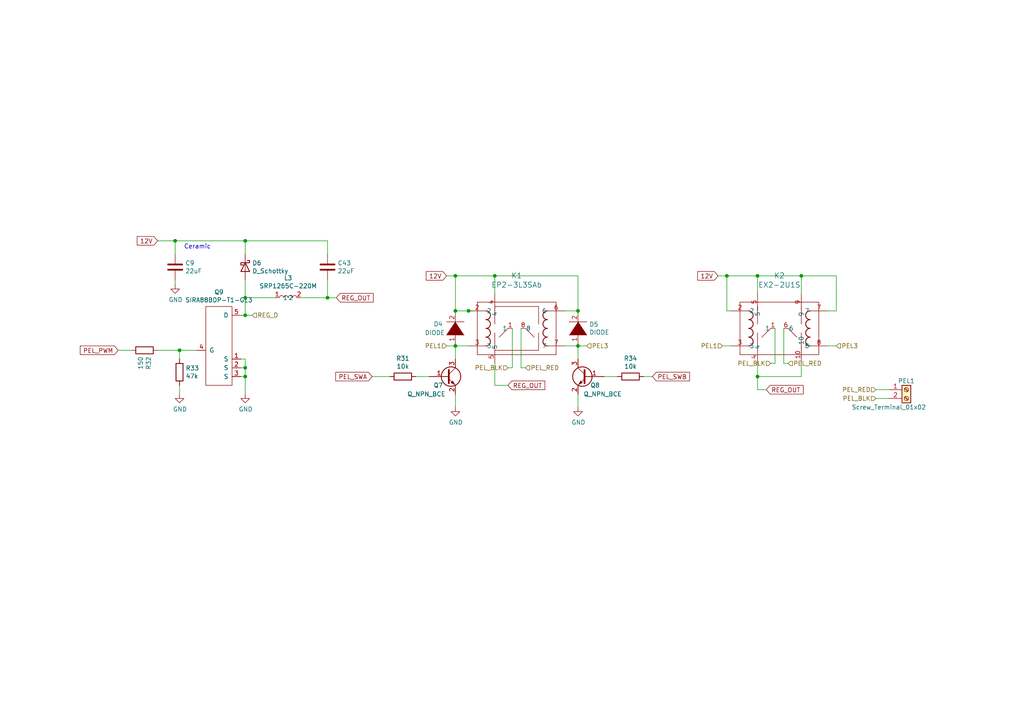
<source format=kicad_sch>
(kicad_sch (version 20211123) (generator eeschema)
  (paper "A4")
  (lib_symbols
    (symbol "Connector:Screw_Terminal_01x02" (pin_names (offset 1.016) hide)
      (property "Reference" "J" (at 0 2.54 0))
      (property "Value" "Screw_Terminal_01x02" (at 0 -5.08 0))
      (symbol "Screw_Terminal_01x02_1_1"
        (rectangle (start -1.27 1.27) (end 1.27 -3.81) (stroke (width 0.254)) (fill (type background)))
        (circle (center 0 -2.54) (radius 0.635) (stroke (width 0.1524)))
        (polyline (pts (xy -0.5334 -2.2098) (xy 0.3302 -3.048)) (stroke (width 0.1524)))
        (polyline (pts (xy -0.5334 0.3302) (xy 0.3302 -0.508)) (stroke (width 0.1524)))
        (polyline (pts (xy -0.3556 -2.032) (xy 0.508 -2.8702)) (stroke (width 0.1524)))
        (polyline (pts (xy -0.3556 0.508) (xy 0.508 -0.3302)) (stroke (width 0.1524)))
        (circle (center 0 0) (radius 0.635) (stroke (width 0.1524)))
        (pin passive line (at -5.08 0 0) (length 3.81) (name "Pin_1") (number "1"))
        (pin passive line (at -5.08 -2.54 0) (length 3.81) (name "Pin_2") (number "2"))
      )
    )
    (symbol "Device:C" (pin_numbers hide) (pin_names (offset 0.254))
      (property "Reference" "C" (at 0.635 2.54 0))
      (property "Value" "C" (at 0.635 -2.54 0))
      (symbol "C_0_1"
        (polyline (pts (xy -2.032 -0.762) (xy 2.032 -0.762)) (stroke (width 0.508)))
        (polyline (pts (xy -2.032 0.762) (xy 2.032 0.762)) (stroke (width 0.508)))
      )
      (symbol "C_1_1"
        (pin passive line (at 0 3.81 270) (length 2.794) (name "~") (number "1"))
        (pin passive line (at 0 -3.81 90) (length 2.794) (name "~") (number "2"))
      )
    )
    (symbol "Device:D_Schottky" (pin_numbers hide) (pin_names (offset 1.016) hide)
      (property "Reference" "D" (at 0 2.54 0))
      (property "Value" "D_Schottky" (at 0 -2.54 0))
      (symbol "D_Schottky_0_1"
        (polyline (pts (xy 1.27 0) (xy -1.27 0)))
        (polyline (pts (xy 1.27 1.27) (xy 1.27 -1.27) (xy -1.27 0) (xy 1.27 1.27)) (stroke (width 0.254)))
        (polyline (pts (xy -1.905 0.635) (xy -1.905 1.27) (xy -1.27 1.27) (xy -1.27 -1.27) (xy -0.635 -1.27) (xy -0.635 -0.635)) (stroke (width 0.254)))
      )
      (symbol "D_Schottky_1_1"
        (pin passive line (at -3.81 0 0) (length 2.54) (name "K") (number "1"))
        (pin passive line (at 3.81 0 180) (length 2.54) (name "A") (number "2"))
      )
    )
    (symbol "Device:Q_NPN_BEC" (pin_names (offset 0) hide)
      (property "Reference" "Q" (at 5.08 1.27 0))
      (property "Value" "Q_NPN_BEC" (at 5.08 -1.27 0))
      (symbol "Q_NPN_BEC_0_1"
        (polyline (pts (xy 0.635 0.635) (xy 2.54 2.54)))
        (polyline (pts (xy 0.635 -0.635) (xy 2.54 -2.54) (xy 2.54 -2.54)))
        (polyline (pts (xy 0.635 1.905) (xy 0.635 -1.905) (xy 0.635 -1.905)) (stroke (width 0.508)))
        (polyline (pts (xy 1.27 -1.778) (xy 1.778 -1.27) (xy 2.286 -2.286) (xy 1.27 -1.778) (xy 1.27 -1.778)) (fill (type outline)))
        (circle (center 1.27 0) (radius 2.8194) (stroke (width 0.254)))
      )
      (symbol "Q_NPN_BEC_1_1"
        (pin input line (at -5.08 0 0) (length 5.715) (name "B") (number "1"))
        (pin passive line (at 2.54 -5.08 90) (length 2.54) (name "E") (number "2"))
        (pin passive line (at 2.54 5.08 270) (length 2.54) (name "C") (number "3"))
      )
    )
    (symbol "Device:R" (pin_numbers hide) (pin_names (offset 0))
      (property "Reference" "R" (at 2.032 0 90))
      (property "Value" "R" (at 0 0 90))
      (symbol "R_0_1"
        (rectangle (start -1.016 -2.54) (end 1.016 2.54) (stroke (width 0.254)))
      )
      (symbol "R_1_1"
        (pin passive line (at 0 3.81 270) (length 1.27) (name "~") (number "1"))
        (pin passive line (at 0 -3.81 90) (length 1.27) (name "~") (number "2"))
      )
    )
    (symbol "Ninja-qPCR:EP2-3L3SAb" (pin_names (offset 0.254))
      (property "Reference" "K" (at 12.7 21.59 0))
      (property "Value" "Ninja-qPCR_EP2-3L3SAb" (at 12.7 19.05 0))
      (symbol "EP2-3L3SAb_1_1"
        (polyline (pts (xy 2.54 -12.7) (xy 2.54 2.54)))
        (polyline (pts (xy 2.54 2.54) (xy 25.4 2.54)))
        (polyline (pts (xy 7.62 -6.35) (xy 7.62 -11.43)))
        (polyline (pts (xy 7.62 -3.81) (xy 7.62 1.27)))
        (polyline (pts (xy 8.89 -7.62) (xy 11.43 -5.08)))
        (polyline (pts (xy 19.05 -7.62) (xy 16.51 -5.08)))
        (polyline (pts (xy 20.32 -6.35) (xy 20.32 -11.43)))
        (polyline (pts (xy 20.32 -3.81) (xy 20.32 1.27)))
        (polyline (pts (xy 25.4 -12.7) (xy 2.54 -12.7)))
        (polyline (pts (xy 25.4 2.54) (xy 25.4 -12.7)))
        (arc (start 5.08 -10.16) (mid 6.35 -8.89) (end 5.08 -7.62) (stroke (width 0.254)))
        (arc (start 5.08 -7.62) (mid 6.35 -6.35) (end 5.08 -5.08) (stroke (width 0.254)))
        (arc (start 5.08 -5.08) (mid 6.35 -3.81) (end 5.08 -2.54) (stroke (width 0.254)))
        (arc (start 5.08 -2.54) (mid 6.35 -1.27) (end 5.08 0) (stroke (width 0.254)))
        (rectangle (start 20.32 -11.43) (end 7.62 -11.43))
        (rectangle (start 20.32 1.27) (end 7.62 1.27))
        (arc (start 22.86 -7.62) (mid 21.59 -8.89) (end 22.86 -10.16) (stroke (width 0.254)))
        (arc (start 22.86 -5.08) (mid 21.59 -6.35) (end 22.86 -7.62) (stroke (width 0.254)))
        (arc (start 22.86 -2.54) (mid 21.59 -3.81) (end 22.86 -5.08) (stroke (width 0.254)))
        (arc (start 22.86 0) (mid 21.59 -1.27) (end 22.86 -2.54) (stroke (width 0.254)))
        (pin bidirectional line (at 12.7 -5.08 180) (length 1.1938) (name "1") (number "1"))
        (pin bidirectional line (at 0 0 0) (length 5.0038) (name "2") (number "2"))
        (pin bidirectional line (at 0 -10.16 0) (length 5.0038) (name "3") (number "3"))
        (pin bidirectional line (at 7.62 5.08 270) (length 5.0038) (name "4") (number "4"))
        (pin bidirectional line (at 7.62 -15.24 90) (length 3.81) (name "5") (number "5"))
        (pin bidirectional line (at 27.94 0 180) (length 5.0038) (name "6") (number "6"))
        (pin bidirectional line (at 27.94 -10.16 180) (length 5.0038) (name "7") (number "7"))
        (pin bidirectional line (at 15.24 -5.08 0) (length 1.1938) (name "8") (number "8"))
      )
    )
    (symbol "Ninja-qPCR:EX2-2U1S" (pin_names (offset 0.254))
      (property "Reference" "K" (at 12.7 21.59 0))
      (property "Value" "Ninja-qPCR_EX2-2U1S" (at 12.7 19.05 0))
      (symbol "EX2-2U1S_1_1"
        (polyline (pts (xy 2.54 -12.7) (xy 2.54 2.54)))
        (polyline (pts (xy 2.54 2.54) (xy 25.4 2.54)))
        (polyline (pts (xy 7.62 -6.35) (xy 7.62 -11.43)))
        (polyline (pts (xy 7.62 -3.81) (xy 7.62 1.27)))
        (polyline (pts (xy 8.89 -7.62) (xy 11.43 -5.08)))
        (polyline (pts (xy 19.05 -7.62) (xy 16.51 -5.08)))
        (polyline (pts (xy 20.32 -6.35) (xy 20.32 -11.43)))
        (polyline (pts (xy 20.32 -3.81) (xy 20.32 1.27)))
        (polyline (pts (xy 25.4 -12.7) (xy 2.54 -12.7)))
        (polyline (pts (xy 25.4 2.54) (xy 25.4 -12.7)))
        (arc (start 5.08 -10.16) (mid 6.35 -8.89) (end 5.08 -7.62) (stroke (width 0.254)))
        (arc (start 5.08 -7.62) (mid 6.35 -6.35) (end 5.08 -5.08) (stroke (width 0.254)))
        (arc (start 5.08 -5.08) (mid 6.35 -3.81) (end 5.08 -2.54) (stroke (width 0.254)))
        (arc (start 5.08 -2.54) (mid 6.35 -1.27) (end 5.08 0) (stroke (width 0.254)))
        (arc (start 22.86 -7.62) (mid 21.59 -8.89) (end 22.86 -10.16) (stroke (width 0.254)))
        (arc (start 22.86 -5.08) (mid 21.59 -6.35) (end 22.86 -7.62) (stroke (width 0.254)))
        (arc (start 22.86 -2.54) (mid 21.59 -3.81) (end 22.86 -5.08) (stroke (width 0.254)))
        (arc (start 22.86 0) (mid 21.59 -1.27) (end 22.86 -2.54) (stroke (width 0.254)))
        (pin bidirectional line (at 12.7 -5.08 180) (length 1.1938) (name "1") (number "1"))
        (pin bidirectional line (at 20.32 -15.24 90) (length 5.08) (name "10") (number "10"))
        (pin bidirectional line (at 0 0 0) (length 5.0038) (name "2") (number "2"))
        (pin bidirectional line (at 0 -10.16 0) (length 5.0038) (name "3") (number "3"))
        (pin bidirectional line (at 7.62 -15.24 90) (length 3.81) (name "4") (number "4"))
        (pin bidirectional line (at 7.62 5.08 270) (length 5.0038) (name "5") (number "5"))
        (pin bidirectional line (at 15.24 -5.08 0) (length 1.1938) (name "6") (number "6"))
        (pin bidirectional line (at 27.94 0 180) (length 5.0038) (name "7") (number "7"))
        (pin bidirectional line (at 27.94 -10.16 180) (length 5.0038) (name "8") (number "8"))
        (pin bidirectional line (at 20.32 5.08 270) (length 5.08) (name "9") (number "9"))
      )
    )
    (symbol "Ninja-qPCR:SIRA88BDP-T1-GE3" (pin_names (offset 1.016))
      (property "Reference" "Q" (at 0 13.97 0))
      (property "Value" "SIRA88BDP-T1-GE3" (at 0 11.43 0))
      (symbol "SIRA88BDP-T1-GE3_0_1"
        (rectangle (start 3.81 10.16) (end -3.81 -12.7))
      )
      (symbol "SIRA88BDP-T1-GE3_1_1"
        (pin passive line (at 6.35 -5.08 180) (length 2.54) (name "S") (number "1"))
        (pin passive line (at 6.35 -7.62 180) (length 2.54) (name "S") (number "2"))
        (pin passive line (at 6.35 -10.16 180) (length 2.54) (name "S") (number "3"))
        (pin input line (at -6.35 -2.54 0) (length 2.54) (name "G") (number "4"))
        (pin passive line (at 6.35 7.62 180) (length 2.54) (name "D") (number "5"))
      )
    )
    (symbol "Ninja-qPCR:SRP1265C-220M" (pin_names (offset 1.016))
      (property "Reference" "L" (at 0 5.08 0))
      (property "Value" "Ninja-qPCR_SRP1265C-220M" (at 0 2.54 0))
      (symbol "SRP1265C-220M_1_1"
        (arc (start -1.27 0) (mid -1.905 0.635) (end -2.54 0))
        (arc (start 0 0) (mid -0.635 0.635) (end -1.27 0))
        (arc (start 1.27 0) (mid 0.635 0.635) (end 0 0))
        (arc (start 2.54 0) (mid 1.905 0.635) (end 1.27 0))
        (pin passive line (at -3.81 0 0) (length 1.27) (name "1") (number "1"))
        (pin passive line (at 3.81 0 180) (length 1.27) (name "2") (number "2"))
      )
    )
    (symbol "power:GND" (power) (pin_names (offset 0))
      (property "Value" "GND" (at 0 -3.81 0))
      (symbol "GND_0_1"
        (polyline (pts (xy 0 0) (xy 0 -1.27) (xy 1.27 -1.27) (xy 0 -2.54) (xy -1.27 -1.27) (xy 0 -1.27)))
      )
      (symbol "GND_1_1"
        (pin power_in line (at 0 0 270) (length 0) hide (name "GND") (number "1"))
      )
    )
    (symbol "pspice:DIODE" (pin_names (offset 1.016) hide)
      (property "Reference" "D" (at 0 3.81 0))
      (property "Value" "DIODE" (at 0 -4.445 0))
      (symbol "DIODE_0_1"
        (polyline (pts (xy 1.905 2.54) (xy 1.905 -2.54)))
        (polyline (pts (xy -1.905 2.54) (xy -1.905 -2.54) (xy 1.905 0)) (fill (type outline)))
      )
      (symbol "DIODE_1_1"
        (pin input line (at -5.08 0 0) (length 3.81) (name "K") (number "1"))
        (pin input line (at 5.08 0 180) (length 3.81) (name "A") (number "2"))
      )
    )
  )
  (junction (at 143.51 80.01))
  (junction (at 71.12 91.44))
  (junction (at 94.996 86.36))
  (junction (at 219.71 80.01))
  (junction (at 71.12 86.36))
  (junction (at 219.71 109.22))
  (junction (at 135.89 90.17))
  (junction (at 52.07 101.6))
  (junction (at 232.41 80.01))
  (junction (at 132.08 100.33))
  (junction (at 167.64 100.33))
  (junction (at 50.8 69.85))
  (junction (at 132.08 90.17))
  (junction (at 71.12 109.22))
  (junction (at 210.82 80.01))
  (junction (at 71.12 106.68))
  (junction (at 167.64 90.17))
  (junction (at 71.12 69.85))
  (junction (at 132.08 80.01))
  (wire (pts (xy 71.12 86.36) (xy 79.756 86.36)))
  (wire (pts (xy 69.85 109.22) (xy 71.12 109.22)))
  (wire (pts (xy 242.57 80.01) (xy 242.57 90.17)))
  (wire (pts (xy 232.41 80.01) (xy 242.57 80.01)))
  (wire (pts (xy 71.12 69.85) (xy 71.12 73.66)))
  (wire (pts (xy 113.03 109.22) (xy 107.95 109.22)))
  (wire (pts (xy 50.8 69.85) (xy 50.8 73.66)))
  (wire (pts (xy 232.41 109.22) (xy 219.71 109.22)))
  (wire (pts (xy 87.376 86.36) (xy 94.996 86.36)))
  (wire (pts (xy 219.71 113.03) (xy 222.25 113.03)))
  (wire (pts (xy 69.85 106.68) (xy 71.12 106.68)))
  (wire (pts (xy 69.85 104.14) (xy 71.12 104.14)))
  (wire (pts (xy 219.71 105.41) (xy 219.71 109.22)))
  (wire (pts (xy 50.8 69.85) (xy 71.12 69.85)))
  (wire (pts (xy 143.51 80.01) (xy 132.08 80.01)))
  (wire (pts (xy 179.07 109.22) (xy 175.26 109.22)))
  (wire (pts (xy 45.72 69.85) (xy 50.8 69.85)))
  (wire (pts (xy 132.08 114.3) (xy 132.08 118.11)))
  (wire (pts (xy 52.07 114.3) (xy 52.07 111.76)))
  (wire (pts (xy 143.51 80.01) (xy 143.51 85.09)))
  (wire (pts (xy 208.28 80.01) (xy 210.82 80.01)))
  (wire (pts (xy 167.64 80.01) (xy 143.51 80.01)))
  (wire (pts (xy 148.59 95.25) (xy 148.59 106.68)))
  (wire (pts (xy 209.55 100.33) (xy 212.09 100.33)))
  (wire (pts (xy 143.51 105.41) (xy 143.51 111.76)))
  (wire (pts (xy 45.72 101.6) (xy 52.07 101.6)))
  (wire (pts (xy 240.03 90.17) (xy 242.57 90.17)))
  (wire (pts (xy 129.54 100.33) (xy 132.08 100.33)))
  (wire (pts (xy 224.79 105.41) (xy 223.52 105.41)))
  (wire (pts (xy 167.64 80.01) (xy 167.64 90.17)))
  (wire (pts (xy 147.32 106.68) (xy 148.59 106.68)))
  (wire (pts (xy 97.536 86.36) (xy 94.996 86.36)))
  (wire (pts (xy 227.33 105.41) (xy 228.6 105.41)))
  (wire (pts (xy 219.71 109.22) (xy 219.71 113.03)))
  (wire (pts (xy 227.33 95.25) (xy 227.33 105.41)))
  (wire (pts (xy 71.12 106.68) (xy 71.12 109.22)))
  (wire (pts (xy 135.89 90.17) (xy 132.08 90.17)))
  (wire (pts (xy 151.13 95.25) (xy 151.13 106.68)))
  (wire (pts (xy 167.64 100.33) (xy 170.18 100.33)))
  (wire (pts (xy 152.4 106.68) (xy 151.13 106.68)))
  (wire (pts (xy 34.29 101.6) (xy 38.1 101.6)))
  (wire (pts (xy 219.71 80.01) (xy 232.41 80.01)))
  (wire (pts (xy 69.85 91.44) (xy 71.12 91.44)))
  (wire (pts (xy 210.82 90.17) (xy 212.09 90.17)))
  (wire (pts (xy 71.12 69.85) (xy 94.996 69.85)))
  (wire (pts (xy 167.64 100.33) (xy 167.64 104.14)))
  (wire (pts (xy 137.16 90.17) (xy 135.89 90.17)))
  (wire (pts (xy 186.69 109.22) (xy 189.23 109.22)))
  (wire (pts (xy 132.08 80.01) (xy 132.08 90.17)))
  (wire (pts (xy 210.82 80.01) (xy 210.82 90.17)))
  (wire (pts (xy 232.41 80.01) (xy 232.41 85.09)))
  (wire (pts (xy 50.8 82.55) (xy 50.8 81.28)))
  (wire (pts (xy 232.41 105.41) (xy 232.41 109.22)))
  (wire (pts (xy 224.79 95.25) (xy 224.79 105.41)))
  (wire (pts (xy 124.46 109.22) (xy 120.65 109.22)))
  (wire (pts (xy 219.71 80.01) (xy 219.71 85.09)))
  (wire (pts (xy 257.81 113.03) (xy 254 113.03)))
  (wire (pts (xy 71.12 86.36) (xy 71.12 91.44)))
  (wire (pts (xy 132.08 80.01) (xy 129.54 80.01)))
  (wire (pts (xy 94.996 81.28) (xy 94.996 86.36)))
  (wire (pts (xy 163.83 90.17) (xy 167.64 90.17)))
  (wire (pts (xy 167.64 100.33) (xy 163.83 100.33)))
  (wire (pts (xy 71.12 109.22) (xy 71.12 114.3)))
  (wire (pts (xy 135.89 100.33) (xy 132.08 100.33)))
  (wire (pts (xy 94.996 73.66) (xy 94.996 69.85)))
  (wire (pts (xy 143.51 111.76) (xy 147.32 111.76)))
  (wire (pts (xy 132.08 100.33) (xy 132.08 104.14)))
  (wire (pts (xy 71.12 91.44) (xy 73.152 91.44)))
  (wire (pts (xy 71.12 81.28) (xy 71.12 86.36)))
  (wire (pts (xy 71.12 104.14) (xy 71.12 106.68)))
  (wire (pts (xy 167.64 114.3) (xy 167.64 118.11)))
  (wire (pts (xy 240.03 100.33) (xy 242.57 100.33)))
  (wire (pts (xy 52.07 104.14) (xy 52.07 101.6)))
  (wire (pts (xy 257.81 115.57) (xy 254 115.57)))
  (wire (pts (xy 210.82 80.01) (xy 219.71 80.01)))
  (wire (pts (xy 52.07 101.6) (xy 57.15 101.6)))
  (text "Ceramic" (at 53.34 72.39 0) (effects (font (size 1.27 1.27)) (justify left bottom)))
  (global_label "PEL_SWB" (shape input) (at 189.23 109.22 0) (property "Intersheet References" "${INTERSHEET_REFS}" (effects hide)))
  (global_label "12V" (shape input) (at 45.72 69.85 180) (property "Intersheet References" "${INTERSHEET_REFS}" (effects hide)))
  (global_label "REG_OUT" (shape input) (at 97.536 86.36 0) (property "Intersheet References" "${INTERSHEET_REFS}" (effects hide)))
  (global_label "REG_OUT" (shape input) (at 222.25 113.03 0) (property "Intersheet References" "${INTERSHEET_REFS}" (effects hide)))
  (global_label "12V" (shape input) (at 208.28 80.01 180) (property "Intersheet References" "${INTERSHEET_REFS}" (effects hide)))
  (global_label "REG_OUT" (shape input) (at 147.32 111.76 0) (property "Intersheet References" "${INTERSHEET_REFS}" (effects hide)))
  (global_label "PEL_PWM" (shape input) (at 34.29 101.6 180) (property "Intersheet References" "${INTERSHEET_REFS}" (effects hide)))
  (global_label "12V" (shape input) (at 129.54 80.01 180) (property "Intersheet References" "${INTERSHEET_REFS}" (effects hide)))
  (global_label "PEL_SWA" (shape input) (at 107.95 109.22 180) (property "Intersheet References" "${INTERSHEET_REFS}" (effects hide)))
  (hierarchical_label "PEL3" (shape input) (at 242.57 100.33 0))
  (hierarchical_label "PEL_BLK" (shape input) (at 254 115.57 180))
  (hierarchical_label "PEL1" (shape input) (at 129.54 100.33 180))
  (hierarchical_label "PEL1" (shape input) (at 209.55 100.33 180))
  (hierarchical_label "REG_D" (shape input) (at 73.152 91.44 0))
  (hierarchical_label "PEL_BLK" (shape input) (at 147.32 106.68 180))
  (hierarchical_label "PEL3" (shape input) (at 170.18 100.33 0))
  (hierarchical_label "PEL_RED" (shape input) (at 152.4 106.68 0))
  (hierarchical_label "PEL_RED" (shape input) (at 228.6 105.41 0))
  (hierarchical_label "PEL_BLK" (shape input) (at 223.52 105.41 180))
  (hierarchical_label "PEL_RED" (shape input) (at 254 113.03 180))
  (symbol (lib_id "pspice:DIODE") (at 167.64 95.25 90) (unit 1)
    (property "Reference" "D5" (at 170.8912 94.0816 90) (effects (justify right)))
    (property "Value" "DIODE" (at 170.8912 96.393 90) (effects (justify right)))
    (property "Footprint" "Diodes_SMD:D_SMA" (effects hide))
  )
  (symbol (lib_id "pspice:DIODE") (at 132.08 95.25 270) (mirror x) (unit 1)
    (property "Reference" "D4" (at 125.73 93.98 90) (effects (justify left)))
    (property "Value" "DIODE" (at 123.19 96.52 90) (effects (justify left)))
    (property "Footprint" "Diodes_SMD:D_SMA" (effects hide))
  )
  (symbol (lib_id "Connector:Screw_Terminal_01x02") (at 262.89 113.03 0) (unit 1)
    (property "Reference" "PEL1" (at 262.89 110.49 0))
    (property "Value" "Screw_Terminal_01x02" (at 257.81 118.11 0))
    (property "Footprint" "Ninja-qPCR:TB_SeeedOPL_320110028" (effects hide))
  )
  (symbol (lib_id "Device:Q_NPN_BEC") (at 129.54 109.22 0) (unit 1)
    (property "Reference" "Q7" (at 125.73 111.76 0) (effects (justify left)))
    (property "Value" "Q_NPN_BCE" (at 118.11 114.3 0) (effects (justify left)))
    (property "Footprint" "Package_TO_SOT_SMD:SOT-23" (effects hide))
  )
  (symbol (lib_id "Device:R") (at 182.88 109.22 270) (unit 1)
    (property "Reference" "R34" (at 182.88 103.9622 90))
    (property "Value" "10k" (at 182.88 106.2736 90))
    (property "Footprint" "Resistor_SMD:R_0603_1608Metric" (effects hide))
  )
  (symbol (lib_id "Device:Q_NPN_BEC") (at 170.18 109.22 0) (mirror y) (unit 1)
    (property "Reference" "Q8" (at 173.99 111.76 0) (effects (justify left)))
    (property "Value" "Q_NPN_BCE" (at 180.34 114.3 0) (effects (justify left)))
    (property "Footprint" "Package_TO_SOT_SMD:SOT-23" (effects hide))
  )
  (symbol (lib_id "power:GND") (at 132.08 118.11 0) (unit 1)
    (property "Reference" "#PWR0109" (effects hide))
    (property "Value" "GND" (at 132.207 122.5042 0))
  )
  (symbol (lib_id "Device:R") (at 116.84 109.22 270) (unit 1)
    (property "Reference" "R31" (at 116.84 103.9622 90))
    (property "Value" "10k" (at 116.84 106.2736 90))
    (property "Footprint" "Resistor_SMD:R_0603_1608Metric" (effects hide))
  )
  (symbol (lib_id "Ninja-qPCR:EP2-3L3SAb") (at 135.89 90.17 0) (unit 1)
    (property "Reference" "K1" (at 149.86 79.9338 0) (effects (font (size 1.524 1.524))))
    (property "Value" "EP2-3L3SAb" (at 149.86 82.6262 0) (effects (font (size 1.524 1.524))))
    (property "Footprint" "Ninja-qPCR:EP2-3L3SAb" (effects hide))
  )
  (symbol (lib_id "Ninja-qPCR:EX2-2U1S") (at 212.09 90.17 0) (unit 1)
    (property "Reference" "K2" (at 226.06 79.9338 0) (effects (font (size 1.524 1.524))))
    (property "Value" "EX2-2U1S" (at 226.06 82.6262 0) (effects (font (size 1.524 1.524))))
    (property "Footprint" "Ninja-qPCR:EX2-2U1S" (effects hide))
  )
  (symbol (lib_id "power:GND") (at 167.64 118.11 0) (unit 1)
    (property "Reference" "#PWR0112" (effects hide))
    (property "Value" "GND" (at 167.767 122.5042 0))
  )
  (symbol (lib_id "Ninja-qPCR:SRP1265C-220M") (at 83.566 86.36 0) (unit 1)
    (property "Reference" "L3" (at 83.566 80.645 0))
    (property "Value" "SRP1265C-220M" (at 83.566 82.9564 0))
    (property "Footprint" "Ninja-qPCR:SRP1265C" (effects hide))
    (property "Datasheet" "https://www.digikey.com/en/products/detail/bourns-inc/srp1265c-220m/11633469" (effects hide))
  )
  (symbol (lib_id "power:GND") (at 52.07 114.3 0) (unit 1)
    (property "Reference" "#PWR0101" (effects hide))
    (property "Value" "GND" (at 52.197 118.6942 0))
  )
  (symbol (lib_id "Device:R") (at 52.07 107.95 0) (unit 1)
    (property "Reference" "R33" (at 53.848 106.7816 0) (effects (justify left)))
    (property "Value" "47k" (at 53.848 109.093 0) (effects (justify left)))
    (property "Footprint" "Resistor_SMD:R_0603_1608Metric" (effects hide))
  )
  (symbol (lib_id "Ninja-qPCR:SIRA88BDP-T1-GE3") (at 63.5 99.06 0) (unit 1)
    (property "Reference" "Q9" (at 63.5 84.709 0))
    (property "Value" "SIRA88BDP-T1-GE3" (at 63.5 87.0204 0))
    (property "Footprint" "Ninja-qPCR:PowerPAK_SO-8_Long" (effects hide))
    (property "Datasheet" "https://www.digikey.com/en/products/detail/vishay-siliconix/SIRA88BDP-T1-GE3/10321634?s=N4IgTCBcDaIMoEkBKBBAHGgQgEQAogF0BfIA" (effects hide))
  )
  (symbol (lib_id "power:GND") (at 50.8 82.55 0) (unit 1)
    (property "Reference" "#PWR0102" (effects hide))
    (property "Value" "GND" (at 50.927 86.9442 0))
  )
  (symbol (lib_id "Device:C") (at 50.8 77.47 0) (unit 1)
    (property "Reference" "C9" (at 53.721 76.3016 0) (effects (justify left)))
    (property "Value" "22uF" (at 53.721 78.613 0) (effects (justify left)))
    (property "Footprint" "Capacitor_SMD:C_1210_3225Metric" (effects hide))
  )
  (symbol (lib_id "Device:C") (at 94.996 77.47 0) (unit 1)
    (property "Reference" "C43" (at 97.917 76.3016 0) (effects (justify left)))
    (property "Value" "22uF" (at 97.917 78.613 0) (effects (justify left)))
    (property "Footprint" "Capacitor_SMD:C_1210_3225Metric" (effects hide))
  )
  (symbol (lib_id "Device:D_Schottky") (at 71.12 77.47 270) (unit 1)
    (property "Reference" "D6" (at 73.152 76.3016 90) (effects (justify left)))
    (property "Value" "D_Schottky" (at 73.152 78.613 90) (effects (justify left)))
    (property "Footprint" "Ninja-qPCR:MSS1P3L-M3&slash_89A" (effects hide))
  )
  (symbol (lib_id "power:GND") (at 71.12 114.3 0) (unit 1)
    (property "Reference" "#PWR0103" (effects hide))
    (property "Value" "GND" (at 71.247 118.6942 0))
  )
  (symbol (lib_id "Device:R") (at 41.91 101.6 270) (unit 1)
    (property "Reference" "R32" (at 43.0784 103.378 0) (effects (justify left)))
    (property "Value" "150" (at 40.767 103.378 0) (effects (justify left)))
    (property "Footprint" "Resistor_SMD:R_0603_1608Metric" (effects hide))
  )
)
</source>
